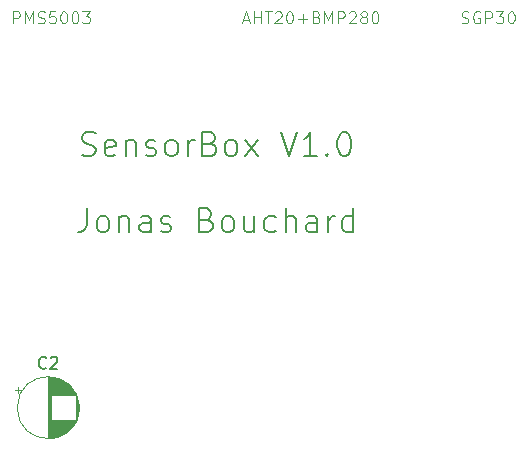
<source format=gto>
G04 #@! TF.GenerationSoftware,KiCad,Pcbnew,9.0.1*
G04 #@! TF.CreationDate,2025-09-04T16:22:38-04:00*
G04 #@! TF.ProjectId,SensorBoxPython,53656e73-6f72-4426-9f78-507974686f6e,rev?*
G04 #@! TF.SameCoordinates,Original*
G04 #@! TF.FileFunction,Legend,Top*
G04 #@! TF.FilePolarity,Positive*
%FSLAX46Y46*%
G04 Gerber Fmt 4.6, Leading zero omitted, Abs format (unit mm)*
G04 Created by KiCad (PCBNEW 9.0.1) date 2025-09-04 16:22:38*
%MOMM*%
%LPD*%
G01*
G04 APERTURE LIST*
%ADD10C,0.200000*%
%ADD11C,0.100000*%
%ADD12C,0.150000*%
%ADD13C,0.120000*%
G04 APERTURE END LIST*
D10*
X121619046Y-70599712D02*
X121904760Y-70694950D01*
X121904760Y-70694950D02*
X122380951Y-70694950D01*
X122380951Y-70694950D02*
X122571427Y-70599712D01*
X122571427Y-70599712D02*
X122666665Y-70504473D01*
X122666665Y-70504473D02*
X122761903Y-70313997D01*
X122761903Y-70313997D02*
X122761903Y-70123521D01*
X122761903Y-70123521D02*
X122666665Y-69933045D01*
X122666665Y-69933045D02*
X122571427Y-69837807D01*
X122571427Y-69837807D02*
X122380951Y-69742569D01*
X122380951Y-69742569D02*
X121999998Y-69647331D01*
X121999998Y-69647331D02*
X121809522Y-69552092D01*
X121809522Y-69552092D02*
X121714284Y-69456854D01*
X121714284Y-69456854D02*
X121619046Y-69266378D01*
X121619046Y-69266378D02*
X121619046Y-69075902D01*
X121619046Y-69075902D02*
X121714284Y-68885426D01*
X121714284Y-68885426D02*
X121809522Y-68790188D01*
X121809522Y-68790188D02*
X121999998Y-68694950D01*
X121999998Y-68694950D02*
X122476189Y-68694950D01*
X122476189Y-68694950D02*
X122761903Y-68790188D01*
X124380951Y-70599712D02*
X124190475Y-70694950D01*
X124190475Y-70694950D02*
X123809522Y-70694950D01*
X123809522Y-70694950D02*
X123619046Y-70599712D01*
X123619046Y-70599712D02*
X123523808Y-70409235D01*
X123523808Y-70409235D02*
X123523808Y-69647331D01*
X123523808Y-69647331D02*
X123619046Y-69456854D01*
X123619046Y-69456854D02*
X123809522Y-69361616D01*
X123809522Y-69361616D02*
X124190475Y-69361616D01*
X124190475Y-69361616D02*
X124380951Y-69456854D01*
X124380951Y-69456854D02*
X124476189Y-69647331D01*
X124476189Y-69647331D02*
X124476189Y-69837807D01*
X124476189Y-69837807D02*
X123523808Y-70028283D01*
X125333332Y-69361616D02*
X125333332Y-70694950D01*
X125333332Y-69552092D02*
X125428570Y-69456854D01*
X125428570Y-69456854D02*
X125619046Y-69361616D01*
X125619046Y-69361616D02*
X125904761Y-69361616D01*
X125904761Y-69361616D02*
X126095237Y-69456854D01*
X126095237Y-69456854D02*
X126190475Y-69647331D01*
X126190475Y-69647331D02*
X126190475Y-70694950D01*
X127047618Y-70599712D02*
X127238094Y-70694950D01*
X127238094Y-70694950D02*
X127619046Y-70694950D01*
X127619046Y-70694950D02*
X127809523Y-70599712D01*
X127809523Y-70599712D02*
X127904761Y-70409235D01*
X127904761Y-70409235D02*
X127904761Y-70313997D01*
X127904761Y-70313997D02*
X127809523Y-70123521D01*
X127809523Y-70123521D02*
X127619046Y-70028283D01*
X127619046Y-70028283D02*
X127333332Y-70028283D01*
X127333332Y-70028283D02*
X127142856Y-69933045D01*
X127142856Y-69933045D02*
X127047618Y-69742569D01*
X127047618Y-69742569D02*
X127047618Y-69647331D01*
X127047618Y-69647331D02*
X127142856Y-69456854D01*
X127142856Y-69456854D02*
X127333332Y-69361616D01*
X127333332Y-69361616D02*
X127619046Y-69361616D01*
X127619046Y-69361616D02*
X127809523Y-69456854D01*
X129047618Y-70694950D02*
X128857142Y-70599712D01*
X128857142Y-70599712D02*
X128761904Y-70504473D01*
X128761904Y-70504473D02*
X128666666Y-70313997D01*
X128666666Y-70313997D02*
X128666666Y-69742569D01*
X128666666Y-69742569D02*
X128761904Y-69552092D01*
X128761904Y-69552092D02*
X128857142Y-69456854D01*
X128857142Y-69456854D02*
X129047618Y-69361616D01*
X129047618Y-69361616D02*
X129333333Y-69361616D01*
X129333333Y-69361616D02*
X129523809Y-69456854D01*
X129523809Y-69456854D02*
X129619047Y-69552092D01*
X129619047Y-69552092D02*
X129714285Y-69742569D01*
X129714285Y-69742569D02*
X129714285Y-70313997D01*
X129714285Y-70313997D02*
X129619047Y-70504473D01*
X129619047Y-70504473D02*
X129523809Y-70599712D01*
X129523809Y-70599712D02*
X129333333Y-70694950D01*
X129333333Y-70694950D02*
X129047618Y-70694950D01*
X130571428Y-70694950D02*
X130571428Y-69361616D01*
X130571428Y-69742569D02*
X130666666Y-69552092D01*
X130666666Y-69552092D02*
X130761904Y-69456854D01*
X130761904Y-69456854D02*
X130952380Y-69361616D01*
X130952380Y-69361616D02*
X131142857Y-69361616D01*
X132476190Y-69647331D02*
X132761904Y-69742569D01*
X132761904Y-69742569D02*
X132857142Y-69837807D01*
X132857142Y-69837807D02*
X132952380Y-70028283D01*
X132952380Y-70028283D02*
X132952380Y-70313997D01*
X132952380Y-70313997D02*
X132857142Y-70504473D01*
X132857142Y-70504473D02*
X132761904Y-70599712D01*
X132761904Y-70599712D02*
X132571428Y-70694950D01*
X132571428Y-70694950D02*
X131809523Y-70694950D01*
X131809523Y-70694950D02*
X131809523Y-68694950D01*
X131809523Y-68694950D02*
X132476190Y-68694950D01*
X132476190Y-68694950D02*
X132666666Y-68790188D01*
X132666666Y-68790188D02*
X132761904Y-68885426D01*
X132761904Y-68885426D02*
X132857142Y-69075902D01*
X132857142Y-69075902D02*
X132857142Y-69266378D01*
X132857142Y-69266378D02*
X132761904Y-69456854D01*
X132761904Y-69456854D02*
X132666666Y-69552092D01*
X132666666Y-69552092D02*
X132476190Y-69647331D01*
X132476190Y-69647331D02*
X131809523Y-69647331D01*
X134095237Y-70694950D02*
X133904761Y-70599712D01*
X133904761Y-70599712D02*
X133809523Y-70504473D01*
X133809523Y-70504473D02*
X133714285Y-70313997D01*
X133714285Y-70313997D02*
X133714285Y-69742569D01*
X133714285Y-69742569D02*
X133809523Y-69552092D01*
X133809523Y-69552092D02*
X133904761Y-69456854D01*
X133904761Y-69456854D02*
X134095237Y-69361616D01*
X134095237Y-69361616D02*
X134380952Y-69361616D01*
X134380952Y-69361616D02*
X134571428Y-69456854D01*
X134571428Y-69456854D02*
X134666666Y-69552092D01*
X134666666Y-69552092D02*
X134761904Y-69742569D01*
X134761904Y-69742569D02*
X134761904Y-70313997D01*
X134761904Y-70313997D02*
X134666666Y-70504473D01*
X134666666Y-70504473D02*
X134571428Y-70599712D01*
X134571428Y-70599712D02*
X134380952Y-70694950D01*
X134380952Y-70694950D02*
X134095237Y-70694950D01*
X135428571Y-70694950D02*
X136476190Y-69361616D01*
X135428571Y-69361616D02*
X136476190Y-70694950D01*
X138476191Y-68694950D02*
X139142857Y-70694950D01*
X139142857Y-70694950D02*
X139809524Y-68694950D01*
X141523810Y-70694950D02*
X140380953Y-70694950D01*
X140952381Y-70694950D02*
X140952381Y-68694950D01*
X140952381Y-68694950D02*
X140761905Y-68980664D01*
X140761905Y-68980664D02*
X140571429Y-69171140D01*
X140571429Y-69171140D02*
X140380953Y-69266378D01*
X142380953Y-70504473D02*
X142476191Y-70599712D01*
X142476191Y-70599712D02*
X142380953Y-70694950D01*
X142380953Y-70694950D02*
X142285715Y-70599712D01*
X142285715Y-70599712D02*
X142380953Y-70504473D01*
X142380953Y-70504473D02*
X142380953Y-70694950D01*
X143714286Y-68694950D02*
X143904763Y-68694950D01*
X143904763Y-68694950D02*
X144095239Y-68790188D01*
X144095239Y-68790188D02*
X144190477Y-68885426D01*
X144190477Y-68885426D02*
X144285715Y-69075902D01*
X144285715Y-69075902D02*
X144380953Y-69456854D01*
X144380953Y-69456854D02*
X144380953Y-69933045D01*
X144380953Y-69933045D02*
X144285715Y-70313997D01*
X144285715Y-70313997D02*
X144190477Y-70504473D01*
X144190477Y-70504473D02*
X144095239Y-70599712D01*
X144095239Y-70599712D02*
X143904763Y-70694950D01*
X143904763Y-70694950D02*
X143714286Y-70694950D01*
X143714286Y-70694950D02*
X143523810Y-70599712D01*
X143523810Y-70599712D02*
X143428572Y-70504473D01*
X143428572Y-70504473D02*
X143333334Y-70313997D01*
X143333334Y-70313997D02*
X143238096Y-69933045D01*
X143238096Y-69933045D02*
X143238096Y-69456854D01*
X143238096Y-69456854D02*
X143333334Y-69075902D01*
X143333334Y-69075902D02*
X143428572Y-68885426D01*
X143428572Y-68885426D02*
X143523810Y-68790188D01*
X143523810Y-68790188D02*
X143714286Y-68694950D01*
X121999999Y-75134726D02*
X121999999Y-76563297D01*
X121999999Y-76563297D02*
X121904760Y-76849011D01*
X121904760Y-76849011D02*
X121714284Y-77039488D01*
X121714284Y-77039488D02*
X121428570Y-77134726D01*
X121428570Y-77134726D02*
X121238094Y-77134726D01*
X123238094Y-77134726D02*
X123047618Y-77039488D01*
X123047618Y-77039488D02*
X122952380Y-76944249D01*
X122952380Y-76944249D02*
X122857142Y-76753773D01*
X122857142Y-76753773D02*
X122857142Y-76182345D01*
X122857142Y-76182345D02*
X122952380Y-75991868D01*
X122952380Y-75991868D02*
X123047618Y-75896630D01*
X123047618Y-75896630D02*
X123238094Y-75801392D01*
X123238094Y-75801392D02*
X123523809Y-75801392D01*
X123523809Y-75801392D02*
X123714285Y-75896630D01*
X123714285Y-75896630D02*
X123809523Y-75991868D01*
X123809523Y-75991868D02*
X123904761Y-76182345D01*
X123904761Y-76182345D02*
X123904761Y-76753773D01*
X123904761Y-76753773D02*
X123809523Y-76944249D01*
X123809523Y-76944249D02*
X123714285Y-77039488D01*
X123714285Y-77039488D02*
X123523809Y-77134726D01*
X123523809Y-77134726D02*
X123238094Y-77134726D01*
X124761904Y-75801392D02*
X124761904Y-77134726D01*
X124761904Y-75991868D02*
X124857142Y-75896630D01*
X124857142Y-75896630D02*
X125047618Y-75801392D01*
X125047618Y-75801392D02*
X125333333Y-75801392D01*
X125333333Y-75801392D02*
X125523809Y-75896630D01*
X125523809Y-75896630D02*
X125619047Y-76087107D01*
X125619047Y-76087107D02*
X125619047Y-77134726D01*
X127428571Y-77134726D02*
X127428571Y-76087107D01*
X127428571Y-76087107D02*
X127333333Y-75896630D01*
X127333333Y-75896630D02*
X127142857Y-75801392D01*
X127142857Y-75801392D02*
X126761904Y-75801392D01*
X126761904Y-75801392D02*
X126571428Y-75896630D01*
X127428571Y-77039488D02*
X127238095Y-77134726D01*
X127238095Y-77134726D02*
X126761904Y-77134726D01*
X126761904Y-77134726D02*
X126571428Y-77039488D01*
X126571428Y-77039488D02*
X126476190Y-76849011D01*
X126476190Y-76849011D02*
X126476190Y-76658535D01*
X126476190Y-76658535D02*
X126571428Y-76468059D01*
X126571428Y-76468059D02*
X126761904Y-76372821D01*
X126761904Y-76372821D02*
X127238095Y-76372821D01*
X127238095Y-76372821D02*
X127428571Y-76277583D01*
X128285714Y-77039488D02*
X128476190Y-77134726D01*
X128476190Y-77134726D02*
X128857142Y-77134726D01*
X128857142Y-77134726D02*
X129047619Y-77039488D01*
X129047619Y-77039488D02*
X129142857Y-76849011D01*
X129142857Y-76849011D02*
X129142857Y-76753773D01*
X129142857Y-76753773D02*
X129047619Y-76563297D01*
X129047619Y-76563297D02*
X128857142Y-76468059D01*
X128857142Y-76468059D02*
X128571428Y-76468059D01*
X128571428Y-76468059D02*
X128380952Y-76372821D01*
X128380952Y-76372821D02*
X128285714Y-76182345D01*
X128285714Y-76182345D02*
X128285714Y-76087107D01*
X128285714Y-76087107D02*
X128380952Y-75896630D01*
X128380952Y-75896630D02*
X128571428Y-75801392D01*
X128571428Y-75801392D02*
X128857142Y-75801392D01*
X128857142Y-75801392D02*
X129047619Y-75896630D01*
X132190477Y-76087107D02*
X132476191Y-76182345D01*
X132476191Y-76182345D02*
X132571429Y-76277583D01*
X132571429Y-76277583D02*
X132666667Y-76468059D01*
X132666667Y-76468059D02*
X132666667Y-76753773D01*
X132666667Y-76753773D02*
X132571429Y-76944249D01*
X132571429Y-76944249D02*
X132476191Y-77039488D01*
X132476191Y-77039488D02*
X132285715Y-77134726D01*
X132285715Y-77134726D02*
X131523810Y-77134726D01*
X131523810Y-77134726D02*
X131523810Y-75134726D01*
X131523810Y-75134726D02*
X132190477Y-75134726D01*
X132190477Y-75134726D02*
X132380953Y-75229964D01*
X132380953Y-75229964D02*
X132476191Y-75325202D01*
X132476191Y-75325202D02*
X132571429Y-75515678D01*
X132571429Y-75515678D02*
X132571429Y-75706154D01*
X132571429Y-75706154D02*
X132476191Y-75896630D01*
X132476191Y-75896630D02*
X132380953Y-75991868D01*
X132380953Y-75991868D02*
X132190477Y-76087107D01*
X132190477Y-76087107D02*
X131523810Y-76087107D01*
X133809524Y-77134726D02*
X133619048Y-77039488D01*
X133619048Y-77039488D02*
X133523810Y-76944249D01*
X133523810Y-76944249D02*
X133428572Y-76753773D01*
X133428572Y-76753773D02*
X133428572Y-76182345D01*
X133428572Y-76182345D02*
X133523810Y-75991868D01*
X133523810Y-75991868D02*
X133619048Y-75896630D01*
X133619048Y-75896630D02*
X133809524Y-75801392D01*
X133809524Y-75801392D02*
X134095239Y-75801392D01*
X134095239Y-75801392D02*
X134285715Y-75896630D01*
X134285715Y-75896630D02*
X134380953Y-75991868D01*
X134380953Y-75991868D02*
X134476191Y-76182345D01*
X134476191Y-76182345D02*
X134476191Y-76753773D01*
X134476191Y-76753773D02*
X134380953Y-76944249D01*
X134380953Y-76944249D02*
X134285715Y-77039488D01*
X134285715Y-77039488D02*
X134095239Y-77134726D01*
X134095239Y-77134726D02*
X133809524Y-77134726D01*
X136190477Y-75801392D02*
X136190477Y-77134726D01*
X135333334Y-75801392D02*
X135333334Y-76849011D01*
X135333334Y-76849011D02*
X135428572Y-77039488D01*
X135428572Y-77039488D02*
X135619048Y-77134726D01*
X135619048Y-77134726D02*
X135904763Y-77134726D01*
X135904763Y-77134726D02*
X136095239Y-77039488D01*
X136095239Y-77039488D02*
X136190477Y-76944249D01*
X138000001Y-77039488D02*
X137809525Y-77134726D01*
X137809525Y-77134726D02*
X137428572Y-77134726D01*
X137428572Y-77134726D02*
X137238096Y-77039488D01*
X137238096Y-77039488D02*
X137142858Y-76944249D01*
X137142858Y-76944249D02*
X137047620Y-76753773D01*
X137047620Y-76753773D02*
X137047620Y-76182345D01*
X137047620Y-76182345D02*
X137142858Y-75991868D01*
X137142858Y-75991868D02*
X137238096Y-75896630D01*
X137238096Y-75896630D02*
X137428572Y-75801392D01*
X137428572Y-75801392D02*
X137809525Y-75801392D01*
X137809525Y-75801392D02*
X138000001Y-75896630D01*
X138857144Y-77134726D02*
X138857144Y-75134726D01*
X139714287Y-77134726D02*
X139714287Y-76087107D01*
X139714287Y-76087107D02*
X139619049Y-75896630D01*
X139619049Y-75896630D02*
X139428573Y-75801392D01*
X139428573Y-75801392D02*
X139142858Y-75801392D01*
X139142858Y-75801392D02*
X138952382Y-75896630D01*
X138952382Y-75896630D02*
X138857144Y-75991868D01*
X141523811Y-77134726D02*
X141523811Y-76087107D01*
X141523811Y-76087107D02*
X141428573Y-75896630D01*
X141428573Y-75896630D02*
X141238097Y-75801392D01*
X141238097Y-75801392D02*
X140857144Y-75801392D01*
X140857144Y-75801392D02*
X140666668Y-75896630D01*
X141523811Y-77039488D02*
X141333335Y-77134726D01*
X141333335Y-77134726D02*
X140857144Y-77134726D01*
X140857144Y-77134726D02*
X140666668Y-77039488D01*
X140666668Y-77039488D02*
X140571430Y-76849011D01*
X140571430Y-76849011D02*
X140571430Y-76658535D01*
X140571430Y-76658535D02*
X140666668Y-76468059D01*
X140666668Y-76468059D02*
X140857144Y-76372821D01*
X140857144Y-76372821D02*
X141333335Y-76372821D01*
X141333335Y-76372821D02*
X141523811Y-76277583D01*
X142476192Y-77134726D02*
X142476192Y-75801392D01*
X142476192Y-76182345D02*
X142571430Y-75991868D01*
X142571430Y-75991868D02*
X142666668Y-75896630D01*
X142666668Y-75896630D02*
X142857144Y-75801392D01*
X142857144Y-75801392D02*
X143047621Y-75801392D01*
X144571430Y-77134726D02*
X144571430Y-75134726D01*
X144571430Y-77039488D02*
X144380954Y-77134726D01*
X144380954Y-77134726D02*
X144000001Y-77134726D01*
X144000001Y-77134726D02*
X143809525Y-77039488D01*
X143809525Y-77039488D02*
X143714287Y-76944249D01*
X143714287Y-76944249D02*
X143619049Y-76753773D01*
X143619049Y-76753773D02*
X143619049Y-76182345D01*
X143619049Y-76182345D02*
X143714287Y-75991868D01*
X143714287Y-75991868D02*
X143809525Y-75896630D01*
X143809525Y-75896630D02*
X144000001Y-75801392D01*
X144000001Y-75801392D02*
X144380954Y-75801392D01*
X144380954Y-75801392D02*
X144571430Y-75896630D01*
D11*
X115785714Y-59457419D02*
X115785714Y-58457419D01*
X115785714Y-58457419D02*
X116166666Y-58457419D01*
X116166666Y-58457419D02*
X116261904Y-58505038D01*
X116261904Y-58505038D02*
X116309523Y-58552657D01*
X116309523Y-58552657D02*
X116357142Y-58647895D01*
X116357142Y-58647895D02*
X116357142Y-58790752D01*
X116357142Y-58790752D02*
X116309523Y-58885990D01*
X116309523Y-58885990D02*
X116261904Y-58933609D01*
X116261904Y-58933609D02*
X116166666Y-58981228D01*
X116166666Y-58981228D02*
X115785714Y-58981228D01*
X116785714Y-59457419D02*
X116785714Y-58457419D01*
X116785714Y-58457419D02*
X117119047Y-59171704D01*
X117119047Y-59171704D02*
X117452380Y-58457419D01*
X117452380Y-58457419D02*
X117452380Y-59457419D01*
X117880952Y-59409800D02*
X118023809Y-59457419D01*
X118023809Y-59457419D02*
X118261904Y-59457419D01*
X118261904Y-59457419D02*
X118357142Y-59409800D01*
X118357142Y-59409800D02*
X118404761Y-59362180D01*
X118404761Y-59362180D02*
X118452380Y-59266942D01*
X118452380Y-59266942D02*
X118452380Y-59171704D01*
X118452380Y-59171704D02*
X118404761Y-59076466D01*
X118404761Y-59076466D02*
X118357142Y-59028847D01*
X118357142Y-59028847D02*
X118261904Y-58981228D01*
X118261904Y-58981228D02*
X118071428Y-58933609D01*
X118071428Y-58933609D02*
X117976190Y-58885990D01*
X117976190Y-58885990D02*
X117928571Y-58838371D01*
X117928571Y-58838371D02*
X117880952Y-58743133D01*
X117880952Y-58743133D02*
X117880952Y-58647895D01*
X117880952Y-58647895D02*
X117928571Y-58552657D01*
X117928571Y-58552657D02*
X117976190Y-58505038D01*
X117976190Y-58505038D02*
X118071428Y-58457419D01*
X118071428Y-58457419D02*
X118309523Y-58457419D01*
X118309523Y-58457419D02*
X118452380Y-58505038D01*
X119357142Y-58457419D02*
X118880952Y-58457419D01*
X118880952Y-58457419D02*
X118833333Y-58933609D01*
X118833333Y-58933609D02*
X118880952Y-58885990D01*
X118880952Y-58885990D02*
X118976190Y-58838371D01*
X118976190Y-58838371D02*
X119214285Y-58838371D01*
X119214285Y-58838371D02*
X119309523Y-58885990D01*
X119309523Y-58885990D02*
X119357142Y-58933609D01*
X119357142Y-58933609D02*
X119404761Y-59028847D01*
X119404761Y-59028847D02*
X119404761Y-59266942D01*
X119404761Y-59266942D02*
X119357142Y-59362180D01*
X119357142Y-59362180D02*
X119309523Y-59409800D01*
X119309523Y-59409800D02*
X119214285Y-59457419D01*
X119214285Y-59457419D02*
X118976190Y-59457419D01*
X118976190Y-59457419D02*
X118880952Y-59409800D01*
X118880952Y-59409800D02*
X118833333Y-59362180D01*
X120023809Y-58457419D02*
X120119047Y-58457419D01*
X120119047Y-58457419D02*
X120214285Y-58505038D01*
X120214285Y-58505038D02*
X120261904Y-58552657D01*
X120261904Y-58552657D02*
X120309523Y-58647895D01*
X120309523Y-58647895D02*
X120357142Y-58838371D01*
X120357142Y-58838371D02*
X120357142Y-59076466D01*
X120357142Y-59076466D02*
X120309523Y-59266942D01*
X120309523Y-59266942D02*
X120261904Y-59362180D01*
X120261904Y-59362180D02*
X120214285Y-59409800D01*
X120214285Y-59409800D02*
X120119047Y-59457419D01*
X120119047Y-59457419D02*
X120023809Y-59457419D01*
X120023809Y-59457419D02*
X119928571Y-59409800D01*
X119928571Y-59409800D02*
X119880952Y-59362180D01*
X119880952Y-59362180D02*
X119833333Y-59266942D01*
X119833333Y-59266942D02*
X119785714Y-59076466D01*
X119785714Y-59076466D02*
X119785714Y-58838371D01*
X119785714Y-58838371D02*
X119833333Y-58647895D01*
X119833333Y-58647895D02*
X119880952Y-58552657D01*
X119880952Y-58552657D02*
X119928571Y-58505038D01*
X119928571Y-58505038D02*
X120023809Y-58457419D01*
X120976190Y-58457419D02*
X121071428Y-58457419D01*
X121071428Y-58457419D02*
X121166666Y-58505038D01*
X121166666Y-58505038D02*
X121214285Y-58552657D01*
X121214285Y-58552657D02*
X121261904Y-58647895D01*
X121261904Y-58647895D02*
X121309523Y-58838371D01*
X121309523Y-58838371D02*
X121309523Y-59076466D01*
X121309523Y-59076466D02*
X121261904Y-59266942D01*
X121261904Y-59266942D02*
X121214285Y-59362180D01*
X121214285Y-59362180D02*
X121166666Y-59409800D01*
X121166666Y-59409800D02*
X121071428Y-59457419D01*
X121071428Y-59457419D02*
X120976190Y-59457419D01*
X120976190Y-59457419D02*
X120880952Y-59409800D01*
X120880952Y-59409800D02*
X120833333Y-59362180D01*
X120833333Y-59362180D02*
X120785714Y-59266942D01*
X120785714Y-59266942D02*
X120738095Y-59076466D01*
X120738095Y-59076466D02*
X120738095Y-58838371D01*
X120738095Y-58838371D02*
X120785714Y-58647895D01*
X120785714Y-58647895D02*
X120833333Y-58552657D01*
X120833333Y-58552657D02*
X120880952Y-58505038D01*
X120880952Y-58505038D02*
X120976190Y-58457419D01*
X121642857Y-58457419D02*
X122261904Y-58457419D01*
X122261904Y-58457419D02*
X121928571Y-58838371D01*
X121928571Y-58838371D02*
X122071428Y-58838371D01*
X122071428Y-58838371D02*
X122166666Y-58885990D01*
X122166666Y-58885990D02*
X122214285Y-58933609D01*
X122214285Y-58933609D02*
X122261904Y-59028847D01*
X122261904Y-59028847D02*
X122261904Y-59266942D01*
X122261904Y-59266942D02*
X122214285Y-59362180D01*
X122214285Y-59362180D02*
X122166666Y-59409800D01*
X122166666Y-59409800D02*
X122071428Y-59457419D01*
X122071428Y-59457419D02*
X121785714Y-59457419D01*
X121785714Y-59457419D02*
X121690476Y-59409800D01*
X121690476Y-59409800D02*
X121642857Y-59362180D01*
X135285714Y-59171704D02*
X135761904Y-59171704D01*
X135190476Y-59457419D02*
X135523809Y-58457419D01*
X135523809Y-58457419D02*
X135857142Y-59457419D01*
X136190476Y-59457419D02*
X136190476Y-58457419D01*
X136190476Y-58933609D02*
X136761904Y-58933609D01*
X136761904Y-59457419D02*
X136761904Y-58457419D01*
X137095238Y-58457419D02*
X137666666Y-58457419D01*
X137380952Y-59457419D02*
X137380952Y-58457419D01*
X137952381Y-58552657D02*
X138000000Y-58505038D01*
X138000000Y-58505038D02*
X138095238Y-58457419D01*
X138095238Y-58457419D02*
X138333333Y-58457419D01*
X138333333Y-58457419D02*
X138428571Y-58505038D01*
X138428571Y-58505038D02*
X138476190Y-58552657D01*
X138476190Y-58552657D02*
X138523809Y-58647895D01*
X138523809Y-58647895D02*
X138523809Y-58743133D01*
X138523809Y-58743133D02*
X138476190Y-58885990D01*
X138476190Y-58885990D02*
X137904762Y-59457419D01*
X137904762Y-59457419D02*
X138523809Y-59457419D01*
X139142857Y-58457419D02*
X139238095Y-58457419D01*
X139238095Y-58457419D02*
X139333333Y-58505038D01*
X139333333Y-58505038D02*
X139380952Y-58552657D01*
X139380952Y-58552657D02*
X139428571Y-58647895D01*
X139428571Y-58647895D02*
X139476190Y-58838371D01*
X139476190Y-58838371D02*
X139476190Y-59076466D01*
X139476190Y-59076466D02*
X139428571Y-59266942D01*
X139428571Y-59266942D02*
X139380952Y-59362180D01*
X139380952Y-59362180D02*
X139333333Y-59409800D01*
X139333333Y-59409800D02*
X139238095Y-59457419D01*
X139238095Y-59457419D02*
X139142857Y-59457419D01*
X139142857Y-59457419D02*
X139047619Y-59409800D01*
X139047619Y-59409800D02*
X139000000Y-59362180D01*
X139000000Y-59362180D02*
X138952381Y-59266942D01*
X138952381Y-59266942D02*
X138904762Y-59076466D01*
X138904762Y-59076466D02*
X138904762Y-58838371D01*
X138904762Y-58838371D02*
X138952381Y-58647895D01*
X138952381Y-58647895D02*
X139000000Y-58552657D01*
X139000000Y-58552657D02*
X139047619Y-58505038D01*
X139047619Y-58505038D02*
X139142857Y-58457419D01*
X139904762Y-59076466D02*
X140666667Y-59076466D01*
X140285714Y-59457419D02*
X140285714Y-58695514D01*
X141476190Y-58933609D02*
X141619047Y-58981228D01*
X141619047Y-58981228D02*
X141666666Y-59028847D01*
X141666666Y-59028847D02*
X141714285Y-59124085D01*
X141714285Y-59124085D02*
X141714285Y-59266942D01*
X141714285Y-59266942D02*
X141666666Y-59362180D01*
X141666666Y-59362180D02*
X141619047Y-59409800D01*
X141619047Y-59409800D02*
X141523809Y-59457419D01*
X141523809Y-59457419D02*
X141142857Y-59457419D01*
X141142857Y-59457419D02*
X141142857Y-58457419D01*
X141142857Y-58457419D02*
X141476190Y-58457419D01*
X141476190Y-58457419D02*
X141571428Y-58505038D01*
X141571428Y-58505038D02*
X141619047Y-58552657D01*
X141619047Y-58552657D02*
X141666666Y-58647895D01*
X141666666Y-58647895D02*
X141666666Y-58743133D01*
X141666666Y-58743133D02*
X141619047Y-58838371D01*
X141619047Y-58838371D02*
X141571428Y-58885990D01*
X141571428Y-58885990D02*
X141476190Y-58933609D01*
X141476190Y-58933609D02*
X141142857Y-58933609D01*
X142142857Y-59457419D02*
X142142857Y-58457419D01*
X142142857Y-58457419D02*
X142476190Y-59171704D01*
X142476190Y-59171704D02*
X142809523Y-58457419D01*
X142809523Y-58457419D02*
X142809523Y-59457419D01*
X143285714Y-59457419D02*
X143285714Y-58457419D01*
X143285714Y-58457419D02*
X143666666Y-58457419D01*
X143666666Y-58457419D02*
X143761904Y-58505038D01*
X143761904Y-58505038D02*
X143809523Y-58552657D01*
X143809523Y-58552657D02*
X143857142Y-58647895D01*
X143857142Y-58647895D02*
X143857142Y-58790752D01*
X143857142Y-58790752D02*
X143809523Y-58885990D01*
X143809523Y-58885990D02*
X143761904Y-58933609D01*
X143761904Y-58933609D02*
X143666666Y-58981228D01*
X143666666Y-58981228D02*
X143285714Y-58981228D01*
X144238095Y-58552657D02*
X144285714Y-58505038D01*
X144285714Y-58505038D02*
X144380952Y-58457419D01*
X144380952Y-58457419D02*
X144619047Y-58457419D01*
X144619047Y-58457419D02*
X144714285Y-58505038D01*
X144714285Y-58505038D02*
X144761904Y-58552657D01*
X144761904Y-58552657D02*
X144809523Y-58647895D01*
X144809523Y-58647895D02*
X144809523Y-58743133D01*
X144809523Y-58743133D02*
X144761904Y-58885990D01*
X144761904Y-58885990D02*
X144190476Y-59457419D01*
X144190476Y-59457419D02*
X144809523Y-59457419D01*
X145380952Y-58885990D02*
X145285714Y-58838371D01*
X145285714Y-58838371D02*
X145238095Y-58790752D01*
X145238095Y-58790752D02*
X145190476Y-58695514D01*
X145190476Y-58695514D02*
X145190476Y-58647895D01*
X145190476Y-58647895D02*
X145238095Y-58552657D01*
X145238095Y-58552657D02*
X145285714Y-58505038D01*
X145285714Y-58505038D02*
X145380952Y-58457419D01*
X145380952Y-58457419D02*
X145571428Y-58457419D01*
X145571428Y-58457419D02*
X145666666Y-58505038D01*
X145666666Y-58505038D02*
X145714285Y-58552657D01*
X145714285Y-58552657D02*
X145761904Y-58647895D01*
X145761904Y-58647895D02*
X145761904Y-58695514D01*
X145761904Y-58695514D02*
X145714285Y-58790752D01*
X145714285Y-58790752D02*
X145666666Y-58838371D01*
X145666666Y-58838371D02*
X145571428Y-58885990D01*
X145571428Y-58885990D02*
X145380952Y-58885990D01*
X145380952Y-58885990D02*
X145285714Y-58933609D01*
X145285714Y-58933609D02*
X145238095Y-58981228D01*
X145238095Y-58981228D02*
X145190476Y-59076466D01*
X145190476Y-59076466D02*
X145190476Y-59266942D01*
X145190476Y-59266942D02*
X145238095Y-59362180D01*
X145238095Y-59362180D02*
X145285714Y-59409800D01*
X145285714Y-59409800D02*
X145380952Y-59457419D01*
X145380952Y-59457419D02*
X145571428Y-59457419D01*
X145571428Y-59457419D02*
X145666666Y-59409800D01*
X145666666Y-59409800D02*
X145714285Y-59362180D01*
X145714285Y-59362180D02*
X145761904Y-59266942D01*
X145761904Y-59266942D02*
X145761904Y-59076466D01*
X145761904Y-59076466D02*
X145714285Y-58981228D01*
X145714285Y-58981228D02*
X145666666Y-58933609D01*
X145666666Y-58933609D02*
X145571428Y-58885990D01*
X146380952Y-58457419D02*
X146476190Y-58457419D01*
X146476190Y-58457419D02*
X146571428Y-58505038D01*
X146571428Y-58505038D02*
X146619047Y-58552657D01*
X146619047Y-58552657D02*
X146666666Y-58647895D01*
X146666666Y-58647895D02*
X146714285Y-58838371D01*
X146714285Y-58838371D02*
X146714285Y-59076466D01*
X146714285Y-59076466D02*
X146666666Y-59266942D01*
X146666666Y-59266942D02*
X146619047Y-59362180D01*
X146619047Y-59362180D02*
X146571428Y-59409800D01*
X146571428Y-59409800D02*
X146476190Y-59457419D01*
X146476190Y-59457419D02*
X146380952Y-59457419D01*
X146380952Y-59457419D02*
X146285714Y-59409800D01*
X146285714Y-59409800D02*
X146238095Y-59362180D01*
X146238095Y-59362180D02*
X146190476Y-59266942D01*
X146190476Y-59266942D02*
X146142857Y-59076466D01*
X146142857Y-59076466D02*
X146142857Y-58838371D01*
X146142857Y-58838371D02*
X146190476Y-58647895D01*
X146190476Y-58647895D02*
X146238095Y-58552657D01*
X146238095Y-58552657D02*
X146285714Y-58505038D01*
X146285714Y-58505038D02*
X146380952Y-58457419D01*
D12*
X118583333Y-88609580D02*
X118535714Y-88657200D01*
X118535714Y-88657200D02*
X118392857Y-88704819D01*
X118392857Y-88704819D02*
X118297619Y-88704819D01*
X118297619Y-88704819D02*
X118154762Y-88657200D01*
X118154762Y-88657200D02*
X118059524Y-88561961D01*
X118059524Y-88561961D02*
X118011905Y-88466723D01*
X118011905Y-88466723D02*
X117964286Y-88276247D01*
X117964286Y-88276247D02*
X117964286Y-88133390D01*
X117964286Y-88133390D02*
X118011905Y-87942914D01*
X118011905Y-87942914D02*
X118059524Y-87847676D01*
X118059524Y-87847676D02*
X118154762Y-87752438D01*
X118154762Y-87752438D02*
X118297619Y-87704819D01*
X118297619Y-87704819D02*
X118392857Y-87704819D01*
X118392857Y-87704819D02*
X118535714Y-87752438D01*
X118535714Y-87752438D02*
X118583333Y-87800057D01*
X118964286Y-87800057D02*
X119011905Y-87752438D01*
X119011905Y-87752438D02*
X119107143Y-87704819D01*
X119107143Y-87704819D02*
X119345238Y-87704819D01*
X119345238Y-87704819D02*
X119440476Y-87752438D01*
X119440476Y-87752438D02*
X119488095Y-87800057D01*
X119488095Y-87800057D02*
X119535714Y-87895295D01*
X119535714Y-87895295D02*
X119535714Y-87990533D01*
X119535714Y-87990533D02*
X119488095Y-88133390D01*
X119488095Y-88133390D02*
X118916667Y-88704819D01*
X118916667Y-88704819D02*
X119535714Y-88704819D01*
D11*
X153761905Y-59409800D02*
X153904762Y-59457419D01*
X153904762Y-59457419D02*
X154142857Y-59457419D01*
X154142857Y-59457419D02*
X154238095Y-59409800D01*
X154238095Y-59409800D02*
X154285714Y-59362180D01*
X154285714Y-59362180D02*
X154333333Y-59266942D01*
X154333333Y-59266942D02*
X154333333Y-59171704D01*
X154333333Y-59171704D02*
X154285714Y-59076466D01*
X154285714Y-59076466D02*
X154238095Y-59028847D01*
X154238095Y-59028847D02*
X154142857Y-58981228D01*
X154142857Y-58981228D02*
X153952381Y-58933609D01*
X153952381Y-58933609D02*
X153857143Y-58885990D01*
X153857143Y-58885990D02*
X153809524Y-58838371D01*
X153809524Y-58838371D02*
X153761905Y-58743133D01*
X153761905Y-58743133D02*
X153761905Y-58647895D01*
X153761905Y-58647895D02*
X153809524Y-58552657D01*
X153809524Y-58552657D02*
X153857143Y-58505038D01*
X153857143Y-58505038D02*
X153952381Y-58457419D01*
X153952381Y-58457419D02*
X154190476Y-58457419D01*
X154190476Y-58457419D02*
X154333333Y-58505038D01*
X155285714Y-58505038D02*
X155190476Y-58457419D01*
X155190476Y-58457419D02*
X155047619Y-58457419D01*
X155047619Y-58457419D02*
X154904762Y-58505038D01*
X154904762Y-58505038D02*
X154809524Y-58600276D01*
X154809524Y-58600276D02*
X154761905Y-58695514D01*
X154761905Y-58695514D02*
X154714286Y-58885990D01*
X154714286Y-58885990D02*
X154714286Y-59028847D01*
X154714286Y-59028847D02*
X154761905Y-59219323D01*
X154761905Y-59219323D02*
X154809524Y-59314561D01*
X154809524Y-59314561D02*
X154904762Y-59409800D01*
X154904762Y-59409800D02*
X155047619Y-59457419D01*
X155047619Y-59457419D02*
X155142857Y-59457419D01*
X155142857Y-59457419D02*
X155285714Y-59409800D01*
X155285714Y-59409800D02*
X155333333Y-59362180D01*
X155333333Y-59362180D02*
X155333333Y-59028847D01*
X155333333Y-59028847D02*
X155142857Y-59028847D01*
X155761905Y-59457419D02*
X155761905Y-58457419D01*
X155761905Y-58457419D02*
X156142857Y-58457419D01*
X156142857Y-58457419D02*
X156238095Y-58505038D01*
X156238095Y-58505038D02*
X156285714Y-58552657D01*
X156285714Y-58552657D02*
X156333333Y-58647895D01*
X156333333Y-58647895D02*
X156333333Y-58790752D01*
X156333333Y-58790752D02*
X156285714Y-58885990D01*
X156285714Y-58885990D02*
X156238095Y-58933609D01*
X156238095Y-58933609D02*
X156142857Y-58981228D01*
X156142857Y-58981228D02*
X155761905Y-58981228D01*
X156666667Y-58457419D02*
X157285714Y-58457419D01*
X157285714Y-58457419D02*
X156952381Y-58838371D01*
X156952381Y-58838371D02*
X157095238Y-58838371D01*
X157095238Y-58838371D02*
X157190476Y-58885990D01*
X157190476Y-58885990D02*
X157238095Y-58933609D01*
X157238095Y-58933609D02*
X157285714Y-59028847D01*
X157285714Y-59028847D02*
X157285714Y-59266942D01*
X157285714Y-59266942D02*
X157238095Y-59362180D01*
X157238095Y-59362180D02*
X157190476Y-59409800D01*
X157190476Y-59409800D02*
X157095238Y-59457419D01*
X157095238Y-59457419D02*
X156809524Y-59457419D01*
X156809524Y-59457419D02*
X156714286Y-59409800D01*
X156714286Y-59409800D02*
X156666667Y-59362180D01*
X157904762Y-58457419D02*
X158000000Y-58457419D01*
X158000000Y-58457419D02*
X158095238Y-58505038D01*
X158095238Y-58505038D02*
X158142857Y-58552657D01*
X158142857Y-58552657D02*
X158190476Y-58647895D01*
X158190476Y-58647895D02*
X158238095Y-58838371D01*
X158238095Y-58838371D02*
X158238095Y-59076466D01*
X158238095Y-59076466D02*
X158190476Y-59266942D01*
X158190476Y-59266942D02*
X158142857Y-59362180D01*
X158142857Y-59362180D02*
X158095238Y-59409800D01*
X158095238Y-59409800D02*
X158000000Y-59457419D01*
X158000000Y-59457419D02*
X157904762Y-59457419D01*
X157904762Y-59457419D02*
X157809524Y-59409800D01*
X157809524Y-59409800D02*
X157761905Y-59362180D01*
X157761905Y-59362180D02*
X157714286Y-59266942D01*
X157714286Y-59266942D02*
X157666667Y-59076466D01*
X157666667Y-59076466D02*
X157666667Y-58838371D01*
X157666667Y-58838371D02*
X157714286Y-58647895D01*
X157714286Y-58647895D02*
X157761905Y-58552657D01*
X157761905Y-58552657D02*
X157809524Y-58505038D01*
X157809524Y-58505038D02*
X157904762Y-58457419D01*
D13*
X115945225Y-90525000D02*
X116445225Y-90525000D01*
X116195225Y-90275000D02*
X116195225Y-90775000D01*
X118750000Y-89420000D02*
X118750000Y-94580000D01*
X118790000Y-89420000D02*
X118790000Y-94580000D01*
X118830000Y-89421000D02*
X118830000Y-94579000D01*
X118870000Y-89423000D02*
X118870000Y-94577000D01*
X118910000Y-89425000D02*
X118910000Y-94575000D01*
X118950000Y-89428000D02*
X118950000Y-94572000D01*
X118990000Y-89431000D02*
X118990000Y-90960000D01*
X118990000Y-93040000D02*
X118990000Y-94569000D01*
X119030000Y-89435000D02*
X119030000Y-90960000D01*
X119030000Y-93040000D02*
X119030000Y-94565000D01*
X119070000Y-89440000D02*
X119070000Y-90960000D01*
X119070000Y-93040000D02*
X119070000Y-94560000D01*
X119110000Y-89445000D02*
X119110000Y-90960000D01*
X119110000Y-93040000D02*
X119110000Y-94555000D01*
X119150000Y-89451000D02*
X119150000Y-90960000D01*
X119150000Y-93040000D02*
X119150000Y-94549000D01*
X119190000Y-89457000D02*
X119190000Y-90960000D01*
X119190000Y-93040000D02*
X119190000Y-94543000D01*
X119230000Y-89464000D02*
X119230000Y-90960000D01*
X119230000Y-93040000D02*
X119230000Y-94536000D01*
X119270000Y-89472000D02*
X119270000Y-90960000D01*
X119270000Y-93040000D02*
X119270000Y-94528000D01*
X119310000Y-89481000D02*
X119310000Y-90960000D01*
X119310000Y-93040000D02*
X119310000Y-94519000D01*
X119350000Y-89490000D02*
X119350000Y-90960000D01*
X119350000Y-93040000D02*
X119350000Y-94510000D01*
X119390000Y-89499000D02*
X119390000Y-90960000D01*
X119390000Y-93040000D02*
X119390000Y-94501000D01*
X119430000Y-89510000D02*
X119430000Y-90960000D01*
X119430000Y-93040000D02*
X119430000Y-94490000D01*
X119470000Y-89521000D02*
X119470000Y-90960000D01*
X119470000Y-93040000D02*
X119470000Y-94479000D01*
X119510000Y-89533000D02*
X119510000Y-90960000D01*
X119510000Y-93040000D02*
X119510000Y-94467000D01*
X119550000Y-89545000D02*
X119550000Y-90960000D01*
X119550000Y-93040000D02*
X119550000Y-94455000D01*
X119590000Y-89558000D02*
X119590000Y-90960000D01*
X119590000Y-93040000D02*
X119590000Y-94442000D01*
X119630000Y-89572000D02*
X119630000Y-90960000D01*
X119630000Y-93040000D02*
X119630000Y-94428000D01*
X119670000Y-89587000D02*
X119670000Y-90960000D01*
X119670000Y-93040000D02*
X119670000Y-94413000D01*
X119710000Y-89602000D02*
X119710000Y-90960000D01*
X119710000Y-93040000D02*
X119710000Y-94398000D01*
X119750000Y-89618000D02*
X119750000Y-90960000D01*
X119750000Y-93040000D02*
X119750000Y-94382000D01*
X119790000Y-89635000D02*
X119790000Y-90960000D01*
X119790000Y-93040000D02*
X119790000Y-94365000D01*
X119830000Y-89653000D02*
X119830000Y-90960000D01*
X119830000Y-93040000D02*
X119830000Y-94347000D01*
X119870000Y-89671000D02*
X119870000Y-90960000D01*
X119870000Y-93040000D02*
X119870000Y-94329000D01*
X119910000Y-89691000D02*
X119910000Y-90960000D01*
X119910000Y-93040000D02*
X119910000Y-94309000D01*
X119950000Y-89711000D02*
X119950000Y-90960000D01*
X119950000Y-93040000D02*
X119950000Y-94289000D01*
X119990000Y-89732000D02*
X119990000Y-90960000D01*
X119990000Y-93040000D02*
X119990000Y-94268000D01*
X120030000Y-89754000D02*
X120030000Y-90960000D01*
X120030000Y-93040000D02*
X120030000Y-94246000D01*
X120070000Y-89777000D02*
X120070000Y-90960000D01*
X120070000Y-93040000D02*
X120070000Y-94223000D01*
X120110000Y-89801000D02*
X120110000Y-90960000D01*
X120110000Y-93040000D02*
X120110000Y-94199000D01*
X120150000Y-89825000D02*
X120150000Y-90960000D01*
X120150000Y-93040000D02*
X120150000Y-94175000D01*
X120190000Y-89851000D02*
X120190000Y-90960000D01*
X120190000Y-93040000D02*
X120190000Y-94149000D01*
X120230000Y-89878000D02*
X120230000Y-90960000D01*
X120230000Y-93040000D02*
X120230000Y-94122000D01*
X120270000Y-89906000D02*
X120270000Y-90960000D01*
X120270000Y-93040000D02*
X120270000Y-94094000D01*
X120310000Y-89935000D02*
X120310000Y-90960000D01*
X120310000Y-93040000D02*
X120310000Y-94065000D01*
X120350000Y-89965000D02*
X120350000Y-90960000D01*
X120350000Y-93040000D02*
X120350000Y-94035000D01*
X120390000Y-89997000D02*
X120390000Y-90960000D01*
X120390000Y-93040000D02*
X120390000Y-94003000D01*
X120430000Y-90030000D02*
X120430000Y-90960000D01*
X120430000Y-93040000D02*
X120430000Y-93970000D01*
X120470000Y-90064000D02*
X120470000Y-90960000D01*
X120470000Y-93040000D02*
X120470000Y-93936000D01*
X120510000Y-90099000D02*
X120510000Y-90960000D01*
X120510000Y-93040000D02*
X120510000Y-93901000D01*
X120550000Y-90136000D02*
X120550000Y-90960000D01*
X120550000Y-93040000D02*
X120550000Y-93864000D01*
X120590000Y-90175000D02*
X120590000Y-90960000D01*
X120590000Y-93040000D02*
X120590000Y-93825000D01*
X120630000Y-90215000D02*
X120630000Y-90960000D01*
X120630000Y-93040000D02*
X120630000Y-93785000D01*
X120670000Y-90257000D02*
X120670000Y-90960000D01*
X120670000Y-93040000D02*
X120670000Y-93743000D01*
X120710000Y-90301000D02*
X120710000Y-90960000D01*
X120710000Y-93040000D02*
X120710000Y-93699000D01*
X120750000Y-90348000D02*
X120750000Y-90960000D01*
X120750000Y-93040000D02*
X120750000Y-93652000D01*
X120790000Y-90396000D02*
X120790000Y-90960000D01*
X120790000Y-93040000D02*
X120790000Y-93604000D01*
X120830000Y-90447000D02*
X120830000Y-90960000D01*
X120830000Y-93040000D02*
X120830000Y-93553000D01*
X120870000Y-90501000D02*
X120870000Y-90960000D01*
X120870000Y-93040000D02*
X120870000Y-93499000D01*
X120910000Y-90557000D02*
X120910000Y-90960000D01*
X120910000Y-93040000D02*
X120910000Y-93443000D01*
X120950000Y-90617000D02*
X120950000Y-90960000D01*
X120950000Y-93040000D02*
X120950000Y-93383000D01*
X120990000Y-90681000D02*
X120990000Y-90960000D01*
X120990000Y-93040000D02*
X120990000Y-93319000D01*
X121030000Y-90749000D02*
X121030000Y-90960000D01*
X121030000Y-93040000D02*
X121030000Y-93251000D01*
X121070000Y-90823000D02*
X121070000Y-93177000D01*
X121110000Y-90902000D02*
X121110000Y-93098000D01*
X121150000Y-90989000D02*
X121150000Y-93011000D01*
X121190000Y-91086000D02*
X121190000Y-92914000D01*
X121230000Y-91195000D02*
X121230000Y-92805000D01*
X121270000Y-91323000D02*
X121270000Y-92677000D01*
X121310000Y-91483000D02*
X121310000Y-92517000D01*
X121350000Y-91717000D02*
X121350000Y-92283000D01*
X121370000Y-92000000D02*
G75*
G02*
X116130000Y-92000000I-2620000J0D01*
G01*
X116130000Y-92000000D02*
G75*
G02*
X121370000Y-92000000I2620000J0D01*
G01*
M02*

</source>
